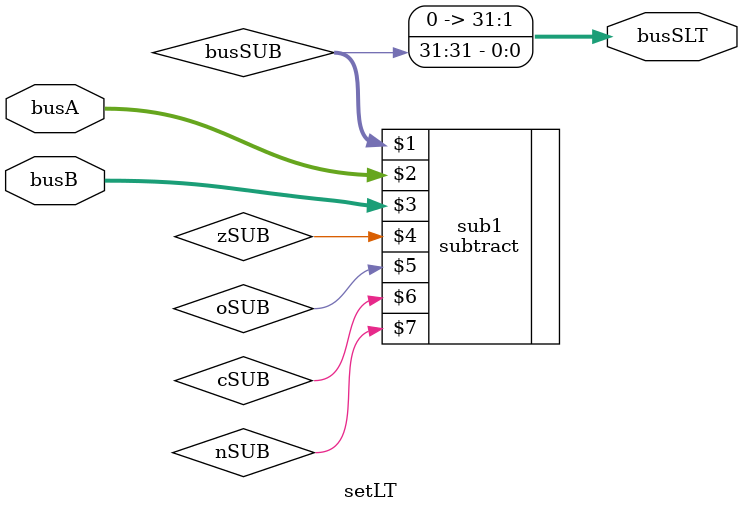
<source format=v>
module setLT (busSLT, busA, busB);
	output [31:0] busSLT;
	input  [31:0] busA, busB;
	wire zSUB, oSUB, cSUB, nSUB;

	wire [31:0] busSUB;

	// use sign extension assign busSLT[31:1] = 30'b0;
	subtract sub1(busSUB, busA, busB, zSUB, oSUB, cSUB, nSUB);
	
	buf e2(busSLT[0], busSUB[31]);
	genvar i;
	generate 
		for (i = 1; i < 32; i = i + 1) begin: signExtension
			buf e1(busSLT[i] , 1'b0);
		end
	endgenerate
endmodule
</source>
